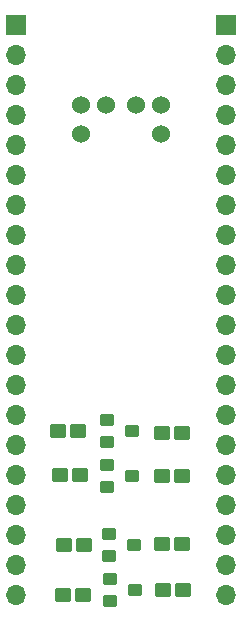
<source format=gbr>
%TF.GenerationSoftware,KiCad,Pcbnew,6.0.11+dfsg-1*%
%TF.CreationDate,2024-09-22T16:02:18-05:00*%
%TF.ProjectId,ps2_pico_hat,7073325f-7069-4636-9f5f-6861742e6b69,rev?*%
%TF.SameCoordinates,Original*%
%TF.FileFunction,Soldermask,Top*%
%TF.FilePolarity,Negative*%
%FSLAX46Y46*%
G04 Gerber Fmt 4.6, Leading zero omitted, Abs format (unit mm)*
G04 Created by KiCad (PCBNEW 6.0.11+dfsg-1) date 2024-09-22 16:02:18*
%MOMM*%
%LPD*%
G01*
G04 APERTURE LIST*
G04 Aperture macros list*
%AMRoundRect*
0 Rectangle with rounded corners*
0 $1 Rounding radius*
0 $2 $3 $4 $5 $6 $7 $8 $9 X,Y pos of 4 corners*
0 Add a 4 corners polygon primitive as box body*
4,1,4,$2,$3,$4,$5,$6,$7,$8,$9,$2,$3,0*
0 Add four circle primitives for the rounded corners*
1,1,$1+$1,$2,$3*
1,1,$1+$1,$4,$5*
1,1,$1+$1,$6,$7*
1,1,$1+$1,$8,$9*
0 Add four rect primitives between the rounded corners*
20,1,$1+$1,$2,$3,$4,$5,0*
20,1,$1+$1,$4,$5,$6,$7,0*
20,1,$1+$1,$6,$7,$8,$9,0*
20,1,$1+$1,$8,$9,$2,$3,0*%
G04 Aperture macros list end*
%ADD10R,1.700000X1.700000*%
%ADD11O,1.700000X1.700000*%
%ADD12RoundRect,0.101600X0.550000X0.500000X-0.550000X0.500000X-0.550000X-0.500000X0.550000X-0.500000X0*%
%ADD13RoundRect,0.101600X-0.450000X0.400000X-0.450000X-0.400000X0.450000X-0.400000X0.450000X0.400000X0*%
%ADD14C,1.524000*%
G04 APERTURE END LIST*
D10*
%TO.C,J1*%
X99949000Y-80010000D03*
D11*
X99949000Y-82550000D03*
X99949000Y-85090000D03*
X99949000Y-87630000D03*
X99949000Y-90170000D03*
X99949000Y-92710000D03*
X99949000Y-95250000D03*
X99949000Y-97790000D03*
X99949000Y-100330000D03*
X99949000Y-102870000D03*
X99949000Y-105410000D03*
X99949000Y-107950000D03*
X99949000Y-110490000D03*
X99949000Y-113030000D03*
X99949000Y-115570000D03*
X99949000Y-118110000D03*
X99949000Y-120650000D03*
X99949000Y-123190000D03*
X99949000Y-125730000D03*
X99949000Y-128270000D03*
%TD*%
D12*
%TO.C,R7*%
X114134000Y-127889000D03*
X112434000Y-127889000D03*
%TD*%
%TO.C,R6*%
X105625000Y-128270000D03*
X103925000Y-128270000D03*
%TD*%
%TO.C,R1*%
X105752000Y-124079000D03*
X104052000Y-124079000D03*
%TD*%
D13*
%TO.C,Q4*%
X107839000Y-123129000D03*
X107839000Y-125029000D03*
X109939000Y-124079000D03*
%TD*%
%TO.C,Q1*%
X107712000Y-113477000D03*
X107712000Y-115377000D03*
X109812000Y-114427000D03*
%TD*%
%TO.C,Q3*%
X107712000Y-117287000D03*
X107712000Y-119187000D03*
X109812000Y-118237000D03*
%TD*%
D12*
%TO.C,R4*%
X114007000Y-114554000D03*
X112307000Y-114554000D03*
%TD*%
%TO.C,R2*%
X105371000Y-118110000D03*
X103671000Y-118110000D03*
%TD*%
D13*
%TO.C,Q2*%
X107966000Y-126939000D03*
X107966000Y-128839000D03*
X110066000Y-127889000D03*
%TD*%
D11*
%TO.C,J3*%
X117729000Y-128270000D03*
X117729000Y-125730000D03*
X117729000Y-123190000D03*
X117729000Y-120650000D03*
X117729000Y-118110000D03*
X117729000Y-115570000D03*
X117729000Y-113030000D03*
X117729000Y-110490000D03*
X117729000Y-107950000D03*
X117729000Y-105410000D03*
X117729000Y-102870000D03*
X117729000Y-100330000D03*
X117729000Y-97790000D03*
X117729000Y-95250000D03*
X117729000Y-92710000D03*
X117729000Y-90170000D03*
X117729000Y-87630000D03*
X117729000Y-85090000D03*
X117729000Y-82550000D03*
D10*
X117729000Y-80010000D03*
%TD*%
D12*
%TO.C,R5*%
X114007000Y-123952000D03*
X112307000Y-123952000D03*
%TD*%
%TO.C,R3*%
X105244000Y-114427000D03*
X103544000Y-114427000D03*
%TD*%
%TO.C,R8*%
X114007000Y-118237000D03*
X112307000Y-118237000D03*
%TD*%
D14*
%TO.C,Mini-DIN-6*%
X107550000Y-86800000D03*
X110150000Y-86800000D03*
X105450000Y-86800000D03*
X112250000Y-86800000D03*
X105450000Y-89300000D03*
X112250000Y-89300000D03*
%TD*%
M02*

</source>
